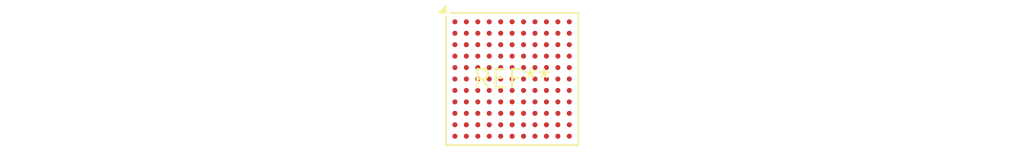
<source format=kicad_pcb>
(kicad_pcb (version 20240108) (generator pcbnew)
  (layers (0 "F.Cu" signal) (31 "B.Cu" signal) (34 "B.Paste" user) (35 "F.Paste" user) (36 "B.SilkS" user "B.Silkscreen") (37 "F.SilkS" user "F.Silkscreen") (38 "B.Mask" user) (39 "F.Mask" user) (44 "Edge.Cuts" user))
  (net 0 "")
  (footprint "BGA-121_9.0x9.0mm_Layout11x11_P0.8mm_Ball0.4mm_Pad0.35mm_NSMD" (layer "F.Cu") (at 0 0)
    (property "Reference" "REF**")
    (property "Value" "BGA-121_9.0x9.0mm_Layout11x11_P0.8mm_Ball0.4mm_Pad0.35mm_NSMD")
    (fp_line (start -4.625 4.625) (end -4.625 -4.305) (layer "F.SilkS") (stroke (width 0.12)))
    (fp_line (start -4.625 4.625) (end 4.625 4.625) (layer "F.SilkS") (stroke (width 0.12)))
    (fp_line (start -4.305 -4.625) (end 4.625 -4.625) (layer "F.SilkS") (stroke (width 0.12)))
    (fp_line (start 4.625 -4.625) (end 4.625 4.625) (layer "F.SilkS") (stroke (width 0.12)))
    (fp_poly (pts (xy -4.625 -4.625) (xy -5.125 -4.625) (xy -4.625 -5.125) (xy -4.625 -4.625)) (layer "F.SilkS") (stroke (width 0.12)) (fill solid))
    (pad "A1" smd circle (at -4 -4) (size 0.35 0.35) (property pad_prop_bga) (layers "F.Cu" "F.Paste" "F.Mask"))
    (pad "A2" smd circle (at -3.2 -4) (size 0.35 0.35) (property pad_prop_bga) (layers "F.Cu" "F.Paste" "F.Mask"))
    (pad "A3" smd circle (at -2.4 -4) (size 0.35 0.35) (property pad_prop_bga) (layers "F.Cu" "F.Paste" "F.Mask"))
    (pad "A4" smd circle (at -1.6 -4) (size 0.35 0.35) (property pad_prop_bga) (layers "F.Cu" "F.Paste" "F.Mask"))
    (pad "A5" smd circle (at -0.8 -4) (size 0.35 0.35) (property pad_prop_bga) (layers "F.Cu" "F.Paste" "F.Mask"))
    (pad "A6" smd circle (at 0 -4) (size 0.35 0.35) (property pad_prop_bga) (layers "F.Cu" "F.Paste" "F.Mask"))
    (pad "A7" smd circle (at 0.8 -4) (size 0.35 0.35) (property pad_prop_bga) (layers "F.Cu" "F.Paste" "F.Mask"))
    (pad "A8" smd circle (at 1.6 -4) (size 0.35 0.35) (property pad_prop_bga) (layers "F.Cu" "F.Paste" "F.Mask"))
    (pad "A9" smd circle (at 2.4 -4) (size 0.35 0.35) (property pad_prop_bga) (layers "F.Cu" "F.Paste" "F.Mask"))
    (pad "A10" smd circle (at 3.2 -4) (size 0.35 0.35) (property pad_prop_bga) (layers "F.Cu" "F.Paste" "F.Mask"))
    (pad "A11" smd circle (at 4 -4) (size 0.35 0.35) (property pad_prop_bga) (layers "F.Cu" "F.Paste" "F.Mask"))
    (pad "B1" smd circle (at -4 -3.2) (size 0.35 0.35) (property pad_prop_bga) (layers "F.Cu" "F.Paste" "F.Mask"))
    (pad "B2" smd circle (at -3.2 -3.2) (size 0.35 0.35) (property pad_prop_bga) (layers "F.Cu" "F.Paste" "F.Mask"))
    (pad "B3" smd circle (at -2.4 -3.2) (size 0.35 0.35) (property pad_prop_bga) (layers "F.Cu" "F.Paste" "F.Mask"))
    (pad "B4" smd circle (at -1.6 -3.2) (size 0.35 0.35) (property pad_prop_bga) (layers "F.Cu" "F.Paste" "F.Mask"))
    (pad "B5" smd circle (at -0.8 -3.2) (size 0.35 0.35) (property pad_prop_bga) (layers "F.Cu" "F.Paste" "F.Mask"))
    (pad "B6" smd circle (at 0 -3.2) (size 0.35 0.35) (property pad_prop_bga) (layers "F.Cu" "F.Paste" "F.Mask"))
    (pad "B7" smd circle (at 0.8 -3.2) (size 0.35 0.35) (property pad_prop_bga) (layers "F.Cu" "F.Paste" "F.Mask"))
    (pad "B8" smd circle (at 1.6 -3.2) (size 0.35 0.35) (property pad_prop_bga) (layers "F.Cu" "F.Paste" "F.Mask"))
    (pad "B9" smd circle (at 2.4 -3.2) (size 0.35 0.35) (property pad_prop_bga) (layers "F.Cu" "F.Paste" "F.Mask"))
    (pad "B10" smd circle (at 3.2 -3.2) (size 0.35 0.35) (property pad_prop_bga) (layers "F.Cu" "F.Paste" "F.Mask"))
    (pad "B11" smd circle (at 4 -3.2) (size 0.35 0.35) (property pad_prop_bga) (layers "F.Cu" "F.Paste" "F.Mask"))
    (pad "C1" smd circle (at -4 -2.4) (size 0.35 0.35) (property pad_prop_bga) (layers "F.Cu" "F.Paste" "F.Mask"))
    (pad "C2" smd circle (at -3.2 -2.4) (size 0.35 0.35) (property pad_prop_bga) (layers "F.Cu" "F.Paste" "F.Mask"))
    (pad "C3" smd circle (at -2.4 -2.4) (size 0.35 0.35) (property pad_prop_bga) (layers "F.Cu" "F.Paste" "F.Mask"))
    (pad "C4" smd circle (at -1.6 -2.4) (size 0.35 0.35) (property pad_prop_bga) (layers "F.Cu" "F.Paste" "F.Mask"))
    (pad "C5" smd circle (at -0.8 -2.4) (size 0.35 0.35) (property pad_prop_bga) (layers "F.Cu" "F.Paste" "F.Mask"))
    (pad "C6" smd circle (at 0 -2.4) (size 0.35 0.35) (property pad_prop_bga) (layers "F.Cu" "F.Paste" "F.Mask"))
    (pad "C7" smd circle (at 0.8 -2.4) (size 0.35 0.35) (property pad_prop_bga) (layers "F.Cu" "F.Paste" "F.Mask"))
    (pad "C8" smd circle (at 1.6 -2.4) (size 0.35 0.35) (property pad_prop_bga) (layers "F.Cu" "F.Paste" "F.Mask"))
    (pad "C9" smd circle (at 2.4 -2.4) (size 0.35 0.35) (property pad_prop_bga) (layers "F.Cu" "F.Paste" "F.Mask"))
    (pad "C10" smd circle (at 3.2 -2.4) (size 0.35 0.35) (property pad_prop_bga) (layers "F.Cu" "F.Paste" "F.Mask"))
    (pad "C11" smd circle (at 4 -2.4) (size 0.35 0.35) (property pad_prop_bga) (layers "F.Cu" "F.Paste" "F.Mask"))
    (pad "D1" smd circle (at -4 -1.6) (size 0.35 0.35) (property pad_prop_bga) (layers "F.Cu" "F.Paste" "F.Mask"))
    (pad "D2" smd circle (at -3.2 -1.6) (size 0.35 0.35) (property pad_prop_bga) (layers "F.Cu" "F.Paste" "F.Mask"))
    (pad "D3" smd circle (at -2.4 -1.6) (size 0.35 0.35) (property pad_prop_bga) (layers "F.Cu" "F.Paste" "F.Mask"))
    (pad "D4" smd circle (at -1.6 -1.6) (size 0.35 0.35) (property pad_prop_bga) (layers "F.Cu" "F.Paste" "F.Mask"))
    (pad "D5" smd circle (at -0.8 -1.6) (size 0.35 0.35) (property pad_prop_bga) (layers "F.Cu" "F.Paste" "F.Mask"))
    (pad "D6" smd circle (at 0 -1.6) (size 0.35 0.35) (property pad_prop_bga) (layers "F.Cu" "F.Paste" "F.Mask"))
    (pad "D7" smd circle (at 0.8 -1.6) (size 0.35 0.35) (property pad_prop_bga) (layers "F.Cu" "F.Paste" "F.Mask"))
    (pad "D8" smd circle (at 1.6 -1.6) (size 0.35 0.35) (property pad_prop_bga) (layers "F.Cu" "F.Paste" "F.Mask"))
    (pad "D9" smd circle (at 2.4 -1.6) (size 0.35 0.35) (property pad_prop_bga) (layers "F.Cu" "F.Paste" "F.Mask"))
    (pad "D10" smd circle (at 3.2 -1.6) (size 0.35 0.35) (property pad_prop_bga) (layers "F.Cu" "F.Paste" "F.Mask"))
    (pad "D11" smd circle (at 4 -1.6) (size 0.35 0.35) (property pad_prop_bga) (layers "F.Cu" "F.Paste" "F.Mask"))
    (pad "E1" smd circle (at -4 -0.8) (size 0.35 0.35) (property pad_prop_bga) (layers "F.Cu" "F.Paste" "F.Mask"))
    (pad "E2" smd circle (at -3.2 -0.8) (size 0.35 0.35) (property pad_prop_bga) (layers "F.Cu" "F.Paste" "F.Mask"))
    (pad "E3" smd circle (at -2.4 -0.8) (size 0.35 0.35) (property pad_prop_bga) (layers "F.Cu" "F.Paste" "F.Mask"))
    (pad "E4" smd circle (at -1.6 -0.8) (size 0.35 0.35) (property pad_prop_bga) (layers "F.Cu" "F.Paste" "F.Mask"))
    (pad "E5" smd circle (at -0.8 -0.8) (size 0.35 0.35) (property pad_prop_bga) (layers "F.Cu" "F.Paste" "F.Mask"))
    (pad "E6" smd circle (at 0 -0.8) (size 0.35 0.35) (property pad_prop_bga) (layers "F.Cu" "F.Paste" "F.Mask"))
    (pad "E7" smd circle (at 0.8 -0.8) (size 0.35 0.35) (property pad_prop_bga) (layers "F.Cu" "F.Paste" "F.Mask"))
    (pad "E8" smd circle (at 1.6 -0.8) (size 0.35 0.35) (property pad_prop_bga) (layers "F.Cu" "F.Paste" "F.Mask"))
    (pad "E9" smd circle (at 2.4 -0.8) (size 0.35 0.35) (property pad_prop_bga) (layers "F.Cu" "F.Paste" "F.Mask"))
    (pad "E10" smd circle (at 3.2 -0.8) (size 0.35 0.35) (property pad_prop_bga) (layers "F.Cu" "F.Paste" "F.Mask"))
    (pad "E11" smd circle (at 4 -0.8) (size 0.35 0.35) (property pad_prop_bga) (layers "F.Cu" "F.Paste" "F.Mask"))
    (pad "F1" smd circle (at -4 0) (size 0.35 0.35) (property pad_prop_bga) (layers "F.Cu" "F.Paste" "F.Mask"))
    (pad "F2" smd circle (at -3.2 0) (size 0.35 0.35) (property pad_prop_bga) (layers "F.Cu" "F.Paste" "F.Mask"))
    (pad "F3" smd circle (at -2.4 0) (size 0.35 0.35) (property pad_prop_bga) (layers "F.Cu" "F.Paste" "F.Mask"))
    (pad "F4" smd circle (at -1.6 0) (size 0.35 0.35) (property pad_prop_bga) (layers "F.Cu" "F.Paste" "F.Mask"))
    (pad "F5" smd circle (at -0.8 0) (size 0.35 0.35) (property pad_prop_bga) (layers "F.Cu" "F.Paste" "F.Mask"))
    (pad "F6" smd circle (at 0 0) (size 0.35 0.35) (property pad_prop_bga) (layers "F.Cu" "F.Paste" "F.Mask"))
    (pad "F7" smd circle (at 0.8 0) (size 0.35 0.35) (property pad_prop_bga) (layers "F.Cu" "F.Paste" "F.Mask"))
    (pad "F8" smd circle (at 1.6 0) (size 0.35 0.35) (property pad_prop_bga) (layers "F.Cu" "F.Paste" "F.Mask"))
    (pad "F9" smd circle (at 2.4 0) (size 0.35 0.35) (property pad_prop_bga) (layers "F.Cu" "F.Paste" "F.Mask"))
    (pad "F10" smd circle (at 3.2 0) (size 0.35 0.35) (property pad_prop_bga) (layers "F.Cu" "F.Paste" "F.Mask"))
    (pad "F11" smd circle (at 4 0) (size 0.35 0.35) (property pad_prop_bga) (layers "F.Cu" "F.Paste" "F.Mask"))
    (pad "G1" smd circle (at -4 0.8) (size 0.35 0.35) (property pad_prop_bga) (layers "F.Cu" "F.Paste" "F.Mask"))
    (pad "G2" smd circle (at -3.2 0.8) (size 0.35 0.35) (property pad_prop_bga) (layers "F.Cu" "F.Paste" "F.Mask"))
    (pad "G3" smd circle (at -2.4 0.8) (size 0.35 0.35) (property pad_prop_bga) (layers "F.Cu" "F.Paste" "F.Mask"))
    (pad "G4" smd circle (at -1.6 0.8) (size 0.35 0.35) (property pad_prop_bga) (layers "F.Cu" "F.Paste" "F.Mask"))
    (pad "G5" smd circle (at -0.8 0.8) (size 0.35 0.35) (property pad_prop_bga) (layers "F.Cu" "F.Paste" "F.Mask"))
    (pad "G6" smd circle (at 0 0.8) (size 0.35 0.35) (property pad_prop_bga) (layers "F.Cu" "F.Paste" "F.Mask"))
    (pad "G7" smd circle (at 0.8 0.8) (size 0.35 0.35) (property pad_prop_bga) (layers "F.Cu" "F.Paste" "F.Mask"))
    (pad "G8" smd circle (at 1.6 0.8) (size 0.35 0.35) (property pad_prop_bga) (layers "F.Cu" "F.Paste" "F.Mask"))
    (pad "G9" smd circle (at 2.4 0.8) (size 0.35 0.35) (property pad_prop_bga) (layers "F.Cu" "F.Paste" "F.Mask"))
    (pad "G10" smd circle (at 3.2 0.8) (size 0.35 0.35) (property pad_prop_bga) (layers "F.Cu" "F.Paste" "F.Mask"))
    (pad "G11" smd circle (at 4 0.8) (size 0.35 0.35) (property pad_prop_bga) (layers "F.Cu" "F.Paste" "F.Mask"))
    (pad "H1" smd circle (at -4 1.6) (size 0.35 0.35) (property pad_prop_bga) (layers "F.Cu" "F.Paste" "F.Mask"))
    (pad "H2" smd circle (at -3.2 1.6) (size 0.35 0.35) (property pad_prop_bga) (layers "F.Cu" "F.Paste" "F.Mask"))
    (pad "H3" smd circle (at -2.4 1.6) (size 0.35 0.35) (property pad_prop_bga) (layers "F.Cu" "F.Paste" "F.Mask"))
    (pad "H4" smd circle (at -1.6 1.6) (size 0.35 0.35) (property pad_prop_bga) (layers "F.Cu" "F.Paste" "F.Mask"))
    (pad "H5" smd circle (at -0.8 1.6) (size 0.35 0.35) (property pad_prop_bga) (layers "F.Cu" "F.Paste" "F.Mask"))
    (pad "H6" smd circle (at 0 1.6) (size 0.35 0.35) (property pad_prop_bga) (layers "F.Cu" "F.Paste" "F.Mask"))
    (pad "H7" smd circle (at 0.8 1.6) (size 0.35 0.35) (property pad_prop_bga) (layers "F.Cu" "F.Paste" "F.Mask"))
    (pad "H8" smd circle (at 1.6 1.6) (size 0.35 0.35) (property pad_prop_bga) (layers "F.Cu" "F.Paste" "F.Mask"))
    (pad "H9" smd circle (at 2.4 1.6) (size 0.35 0.35) (property pad_prop_bga) (layers "F.Cu" "F.Paste" "F.Mask"))
    (pad "H10" smd circle (at 3.2 1.6) (size 0.35 0.35) (property pad_prop_bga) (layers "F.Cu" "F.Paste" "F.Mask"))
    (pad "H11" smd circle (at 4 1.6) (size 0.35 0.35) (property pad_prop_bga) (layers "F.Cu" "F.Paste" "F.Mask"))
    (pad "J1" smd circle (at -4 2.4) (size 0.35 0.35) (property pad_prop_bga) (layers "F.Cu" "F.Paste" "F.Mask"))
    (pad "J2" smd circle (at -3.2 2.4) (size 0.35 0.35) (property pad_prop_bga) (layers "F.Cu" "F.Paste" "F.Mask"))
    (pad "J3" smd circle (at -2.4 2.4) (size 0.35 0.35) (property pad_prop_bga) (layers "F.Cu" "F.Paste" "F.Mask"))
    (pad "J4" smd circle (at -1.6 2.4) (size 0.35 0.35) (property pad_prop_bga) (layers "F.Cu" "F.Paste" "F.Mask"))
    (pad "J5" smd circle (at -0.8 2.4) (size 0.35 0.35) (property pad_prop_bga) (layers "F.Cu" "F.Paste" "F.Mask"))
    (pad "J6" smd circle (at 0 2.4) (size 0.35 0.35) (property pad_prop_bga) (layers "F.Cu" "F.Paste" "F.Mask"))
    (pad "J7" smd circle (at 0.8 2.4) (size 0.35 0.35) (property pad_prop_bga) (layers "F.Cu" "F.Paste" "F.Mask"))
    (pad "J8" smd circle (at 1.6 2.4) (size 0.35 0.35) (property pad_prop_bga) (layers "F.Cu" "F.Paste" "F.Mask"))
    (pad "J9" smd circle (at 2.4 2.4) (size 0.35 0.35) (property pad_prop_bga) (layers "F.Cu" "F.Paste" "F.Mask"))
    (pad "J10" smd circle (at 3.2 2.4) (size 0.35 0.35) (property pad_prop_bga) (layers "F.Cu" "F.Paste" "F.Mask"))
    (pad "J11" smd circle (at 4 2.4) (size 0.35 0.35) (property pad_prop_bga) (layers "F.Cu" "F.Paste" "F.Mask"))
    (pad "K1" smd circle (at -4 3.2) (size 0.35 0.35) (property pad_prop_bga) (layers "F.Cu" "F.Paste" "F.Mask"))
    (pad "K2" smd circle (at -3.2 3.2) (size 0.35 0.35) (property pad_prop_bga) (layers "F.Cu" "F.Paste" "F.Mask"))
    (pad "K3" smd circle (at -2.4 3.2) (size 0.35 0.35) (property pad_prop_bga) (layers "F.Cu" "F.Paste" "F.Mask"))
    (pad "K4" smd circle (at -1.6 3.2) (size 0.35 0.35) (property pad_prop_bga) (layers "F.Cu" "F.Paste" "F.Mask"))
    (pad "K5" smd circle (at -0.8 3.2) (size 0.35 0.35) (property pad_prop_bga) (layers "F.Cu" "F.Paste" "F.Mask"))
    (pad "K6" smd circle (at 0 3.2) (size 0.35 0.35) (property pad_prop_bga) (layers "F.Cu" "F.Paste" "F.Mask"))
    (pad "K7" smd circle (at 0.8 3.2) (size 0.35 0.35) (property pad_prop_bga) (layers "F.Cu" "F.Paste" "F.Mask"))
    (pad "K8" smd circle (at 1.6 3.2) (size 0.35 0.35) (property pad_prop_bga) (layers "F.Cu" "F.Paste" "F.Mask"))
    (pad "K9" smd circle (at 2.4 3.2) (size 0.35 0.35) (property pad_prop_bga) (layers "F.Cu" "F.Paste" "F.Mask"))
    (pad "K10" smd circle (at 3.2 3.2) (size 0.35 0.35) (property pad_prop_bga) (layers "F.Cu" "F.Paste" "F.Mask"))
    (pad "K11" smd circle (at 4 3.2) (size 0.35 0.35) (property pad_prop_bga) (layers "F.Cu" "F.Paste" "F.Mask"))
    (pad "L1" smd circle (at -4 4) (size 0.35 0.35) (property pad_prop_bga) (layers "F.Cu" "F.Paste" "F.Mask"))
    (pad "L2" smd circle (at -3.2 4) (size 0.35 0.35) (property pad_prop_bga) (layers "F.Cu" "F.Paste" "F.Mask"))
    (pad "L3" smd circle (at -2.4 4) (size 0.35 0.35) (property pad_prop_bga) (layers "F.Cu" "F.Paste" "F.Mask"))
    (pad "L4" smd circle (at -1.6 4) (size 0.35 0.35) (property pad_prop_bga) (layers "F.Cu" "F.Paste" "F.Mask"))
    (pad "L5" smd circle (at -0.8 4) (size 0.35 0.35) (property pad_prop_bga) (layers "F.Cu" "F.Paste" "F.Mask"))
    (pad "L6" smd circle (at 0 4) (size 0.35 0.35) (property pad_prop_bga) (layers "F.Cu" "F.Paste" "F.Mask"))
    (pad "L7" smd circle (at 0.8 4) (size 0.35 0.35) (property pad_prop_bga) (layers "F.Cu" "F.Paste" "F.Mask"))
    (pad "L8" smd circle (at 1.6 4) (size 0.35 0.35) (property pad_prop_bga) (layers "F.Cu" "F.Paste" "F.Mask"))
    (pad "L9" smd circle (at 2.4 4) (size 0.35 0.35) (property pad_prop_bga) (layers "F.Cu" "F.Paste" "F.Mask"))
    (pad "L10" smd circle (at 3.2 4) (size 0.35 0.35) (property pad_prop_bga) (layers "F.Cu" "F.Paste" "F.Mask"))
    (pad "L11" smd circle (at 4 4) (size 0.35 0.35) (property pad_prop_bga) (layers "F.Cu" "F.Paste" "F.Mask"))
  )
)
</source>
